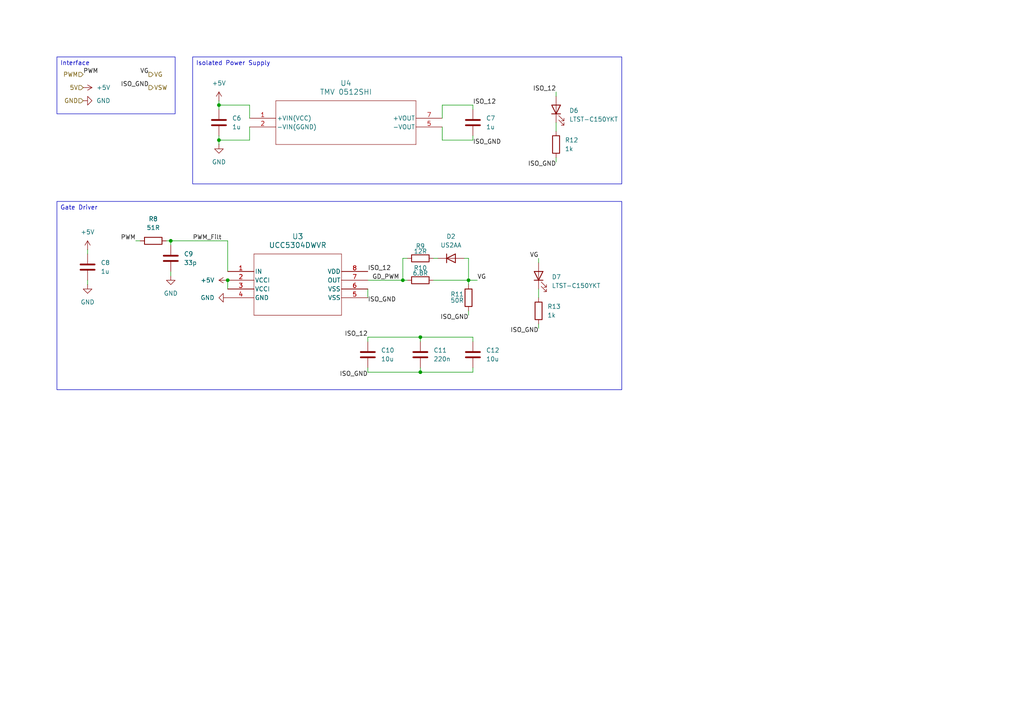
<source format=kicad_sch>
(kicad_sch
	(version 20231120)
	(generator "eeschema")
	(generator_version "8.0")
	(uuid "1ee896d6-0193-4d9a-b24d-60873e685db3")
	(paper "A4")
	(title_block
		(title "Nuclear Buck Converter")
		(date "2025-03-02")
		(rev "v1")
		(company "University of Windsor")
		(comment 1 "Sahana Jayatilaka")
		(comment 2 "Gavin Feher")
		(comment 3 "Collin O'Brien")
	)
	(lib_symbols
		(symbol "Device:C"
			(pin_numbers hide)
			(pin_names
				(offset 0.254)
			)
			(exclude_from_sim no)
			(in_bom yes)
			(on_board yes)
			(property "Reference" "C"
				(at 0.635 2.54 0)
				(effects
					(font
						(size 1.27 1.27)
					)
					(justify left)
				)
			)
			(property "Value" "C"
				(at 0.635 -2.54 0)
				(effects
					(font
						(size 1.27 1.27)
					)
					(justify left)
				)
			)
			(property "Footprint" ""
				(at 0.9652 -3.81 0)
				(effects
					(font
						(size 1.27 1.27)
					)
					(hide yes)
				)
			)
			(property "Datasheet" "~"
				(at 0 0 0)
				(effects
					(font
						(size 1.27 1.27)
					)
					(hide yes)
				)
			)
			(property "Description" "Unpolarized capacitor"
				(at 0 0 0)
				(effects
					(font
						(size 1.27 1.27)
					)
					(hide yes)
				)
			)
			(property "ki_keywords" "cap capacitor"
				(at 0 0 0)
				(effects
					(font
						(size 1.27 1.27)
					)
					(hide yes)
				)
			)
			(property "ki_fp_filters" "C_*"
				(at 0 0 0)
				(effects
					(font
						(size 1.27 1.27)
					)
					(hide yes)
				)
			)
			(symbol "C_0_1"
				(polyline
					(pts
						(xy -2.032 -0.762) (xy 2.032 -0.762)
					)
					(stroke
						(width 0.508)
						(type default)
					)
					(fill
						(type none)
					)
				)
				(polyline
					(pts
						(xy -2.032 0.762) (xy 2.032 0.762)
					)
					(stroke
						(width 0.508)
						(type default)
					)
					(fill
						(type none)
					)
				)
			)
			(symbol "C_1_1"
				(pin passive line
					(at 0 3.81 270)
					(length 2.794)
					(name "~"
						(effects
							(font
								(size 1.27 1.27)
							)
						)
					)
					(number "1"
						(effects
							(font
								(size 1.27 1.27)
							)
						)
					)
				)
				(pin passive line
					(at 0 -3.81 90)
					(length 2.794)
					(name "~"
						(effects
							(font
								(size 1.27 1.27)
							)
						)
					)
					(number "2"
						(effects
							(font
								(size 1.27 1.27)
							)
						)
					)
				)
			)
		)
		(symbol "Device:LED"
			(pin_numbers hide)
			(pin_names
				(offset 1.016) hide)
			(exclude_from_sim no)
			(in_bom yes)
			(on_board yes)
			(property "Reference" "D"
				(at 0 2.54 0)
				(effects
					(font
						(size 1.27 1.27)
					)
				)
			)
			(property "Value" "LED"
				(at 0 -2.54 0)
				(effects
					(font
						(size 1.27 1.27)
					)
				)
			)
			(property "Footprint" ""
				(at 0 0 0)
				(effects
					(font
						(size 1.27 1.27)
					)
					(hide yes)
				)
			)
			(property "Datasheet" "~"
				(at 0 0 0)
				(effects
					(font
						(size 1.27 1.27)
					)
					(hide yes)
				)
			)
			(property "Description" "Light emitting diode"
				(at 0 0 0)
				(effects
					(font
						(size 1.27 1.27)
					)
					(hide yes)
				)
			)
			(property "ki_keywords" "LED diode"
				(at 0 0 0)
				(effects
					(font
						(size 1.27 1.27)
					)
					(hide yes)
				)
			)
			(property "ki_fp_filters" "LED* LED_SMD:* LED_THT:*"
				(at 0 0 0)
				(effects
					(font
						(size 1.27 1.27)
					)
					(hide yes)
				)
			)
			(symbol "LED_0_1"
				(polyline
					(pts
						(xy -1.27 -1.27) (xy -1.27 1.27)
					)
					(stroke
						(width 0.254)
						(type default)
					)
					(fill
						(type none)
					)
				)
				(polyline
					(pts
						(xy -1.27 0) (xy 1.27 0)
					)
					(stroke
						(width 0)
						(type default)
					)
					(fill
						(type none)
					)
				)
				(polyline
					(pts
						(xy 1.27 -1.27) (xy 1.27 1.27) (xy -1.27 0) (xy 1.27 -1.27)
					)
					(stroke
						(width 0.254)
						(type default)
					)
					(fill
						(type none)
					)
				)
				(polyline
					(pts
						(xy -3.048 -0.762) (xy -4.572 -2.286) (xy -3.81 -2.286) (xy -4.572 -2.286) (xy -4.572 -1.524)
					)
					(stroke
						(width 0)
						(type default)
					)
					(fill
						(type none)
					)
				)
				(polyline
					(pts
						(xy -1.778 -0.762) (xy -3.302 -2.286) (xy -2.54 -2.286) (xy -3.302 -2.286) (xy -3.302 -1.524)
					)
					(stroke
						(width 0)
						(type default)
					)
					(fill
						(type none)
					)
				)
			)
			(symbol "LED_1_1"
				(pin passive line
					(at -3.81 0 0)
					(length 2.54)
					(name "K"
						(effects
							(font
								(size 1.27 1.27)
							)
						)
					)
					(number "1"
						(effects
							(font
								(size 1.27 1.27)
							)
						)
					)
				)
				(pin passive line
					(at 3.81 0 180)
					(length 2.54)
					(name "A"
						(effects
							(font
								(size 1.27 1.27)
							)
						)
					)
					(number "2"
						(effects
							(font
								(size 1.27 1.27)
							)
						)
					)
				)
			)
		)
		(symbol "Device:R"
			(pin_numbers hide)
			(pin_names
				(offset 0)
			)
			(exclude_from_sim no)
			(in_bom yes)
			(on_board yes)
			(property "Reference" "R"
				(at 2.032 0 90)
				(effects
					(font
						(size 1.27 1.27)
					)
				)
			)
			(property "Value" "R"
				(at 0 0 90)
				(effects
					(font
						(size 1.27 1.27)
					)
				)
			)
			(property "Footprint" ""
				(at -1.778 0 90)
				(effects
					(font
						(size 1.27 1.27)
					)
					(hide yes)
				)
			)
			(property "Datasheet" "~"
				(at 0 0 0)
				(effects
					(font
						(size 1.27 1.27)
					)
					(hide yes)
				)
			)
			(property "Description" "Resistor"
				(at 0 0 0)
				(effects
					(font
						(size 1.27 1.27)
					)
					(hide yes)
				)
			)
			(property "ki_keywords" "R res resistor"
				(at 0 0 0)
				(effects
					(font
						(size 1.27 1.27)
					)
					(hide yes)
				)
			)
			(property "ki_fp_filters" "R_*"
				(at 0 0 0)
				(effects
					(font
						(size 1.27 1.27)
					)
					(hide yes)
				)
			)
			(symbol "R_0_1"
				(rectangle
					(start -1.016 -2.54)
					(end 1.016 2.54)
					(stroke
						(width 0.254)
						(type default)
					)
					(fill
						(type none)
					)
				)
			)
			(symbol "R_1_1"
				(pin passive line
					(at 0 3.81 270)
					(length 1.27)
					(name "~"
						(effects
							(font
								(size 1.27 1.27)
							)
						)
					)
					(number "1"
						(effects
							(font
								(size 1.27 1.27)
							)
						)
					)
				)
				(pin passive line
					(at 0 -3.81 90)
					(length 1.27)
					(name "~"
						(effects
							(font
								(size 1.27 1.27)
							)
						)
					)
					(number "2"
						(effects
							(font
								(size 1.27 1.27)
							)
						)
					)
				)
			)
		)
		(symbol "Diode:US2AA"
			(pin_numbers hide)
			(pin_names hide)
			(exclude_from_sim no)
			(in_bom yes)
			(on_board yes)
			(property "Reference" "D"
				(at 0 2.54 0)
				(effects
					(font
						(size 1.27 1.27)
					)
				)
			)
			(property "Value" "US2AA"
				(at 0 -2.54 0)
				(effects
					(font
						(size 1.27 1.27)
					)
				)
			)
			(property "Footprint" "Diode_SMD:D_SMA"
				(at 0 -4.445 0)
				(effects
					(font
						(size 1.27 1.27)
					)
					(hide yes)
				)
			)
			(property "Datasheet" "https://www.onsemi.com/pub/Collateral/US2AA-D.PDF"
				(at 0 0 0)
				(effects
					(font
						(size 1.27 1.27)
					)
					(hide yes)
				)
			)
			(property "Description" "50V, 1.5A, General Purpose Rectifier Diode, SMA(DO-214AC)"
				(at 0 0 0)
				(effects
					(font
						(size 1.27 1.27)
					)
					(hide yes)
				)
			)
			(property "Sim.Device" "D"
				(at 0 0 0)
				(effects
					(font
						(size 1.27 1.27)
					)
					(hide yes)
				)
			)
			(property "Sim.Pins" "1=K 2=A"
				(at 0 0 0)
				(effects
					(font
						(size 1.27 1.27)
					)
					(hide yes)
				)
			)
			(property "ki_keywords" "Super Fast"
				(at 0 0 0)
				(effects
					(font
						(size 1.27 1.27)
					)
					(hide yes)
				)
			)
			(property "ki_fp_filters" "D*SMA*"
				(at 0 0 0)
				(effects
					(font
						(size 1.27 1.27)
					)
					(hide yes)
				)
			)
			(symbol "US2AA_0_1"
				(polyline
					(pts
						(xy -1.27 1.27) (xy -1.27 -1.27)
					)
					(stroke
						(width 0.254)
						(type default)
					)
					(fill
						(type none)
					)
				)
				(polyline
					(pts
						(xy 1.27 0) (xy -1.27 0)
					)
					(stroke
						(width 0)
						(type default)
					)
					(fill
						(type none)
					)
				)
				(polyline
					(pts
						(xy 1.27 1.27) (xy 1.27 -1.27) (xy -1.27 0) (xy 1.27 1.27)
					)
					(stroke
						(width 0.254)
						(type default)
					)
					(fill
						(type none)
					)
				)
			)
			(symbol "US2AA_1_1"
				(pin passive line
					(at -3.81 0 0)
					(length 2.54)
					(name "K"
						(effects
							(font
								(size 1.27 1.27)
							)
						)
					)
					(number "1"
						(effects
							(font
								(size 1.27 1.27)
							)
						)
					)
				)
				(pin passive line
					(at 3.81 0 180)
					(length 2.54)
					(name "A"
						(effects
							(font
								(size 1.27 1.27)
							)
						)
					)
					(number "2"
						(effects
							(font
								(size 1.27 1.27)
							)
						)
					)
				)
			)
		)
		(symbol "TMV_0512SHI:TMV_0512SHI"
			(pin_names
				(offset 0.254)
			)
			(exclude_from_sim no)
			(in_bom yes)
			(on_board yes)
			(property "Reference" "U"
				(at 27.94 10.16 0)
				(effects
					(font
						(size 1.524 1.524)
					)
				)
			)
			(property "Value" "TMV 0512SHI"
				(at 27.94 7.62 0)
				(effects
					(font
						(size 1.524 1.524)
					)
				)
			)
			(property "Footprint" "TMV-HI_SINGLE_TRP"
				(at 0 0 0)
				(effects
					(font
						(size 1.27 1.27)
						(italic yes)
					)
					(hide yes)
				)
			)
			(property "Datasheet" "TMV 0512SHI"
				(at 0 0 0)
				(effects
					(font
						(size 1.27 1.27)
						(italic yes)
					)
					(hide yes)
				)
			)
			(property "Description" ""
				(at 0 0 0)
				(effects
					(font
						(size 1.27 1.27)
					)
					(hide yes)
				)
			)
			(property "ki_locked" ""
				(at 0 0 0)
				(effects
					(font
						(size 1.27 1.27)
					)
				)
			)
			(property "ki_keywords" "TMV 0512SHI"
				(at 0 0 0)
				(effects
					(font
						(size 1.27 1.27)
					)
					(hide yes)
				)
			)
			(property "ki_fp_filters" "TMV-HI_SINGLE_TRP"
				(at 0 0 0)
				(effects
					(font
						(size 1.27 1.27)
					)
					(hide yes)
				)
			)
			(symbol "TMV_0512SHI_0_1"
				(polyline
					(pts
						(xy 7.62 -7.62) (xy 48.26 -7.62)
					)
					(stroke
						(width 0.127)
						(type default)
					)
					(fill
						(type none)
					)
				)
				(polyline
					(pts
						(xy 7.62 5.08) (xy 7.62 -7.62)
					)
					(stroke
						(width 0.127)
						(type default)
					)
					(fill
						(type none)
					)
				)
				(polyline
					(pts
						(xy 48.26 -7.62) (xy 48.26 5.08)
					)
					(stroke
						(width 0.127)
						(type default)
					)
					(fill
						(type none)
					)
				)
				(polyline
					(pts
						(xy 48.26 5.08) (xy 7.62 5.08)
					)
					(stroke
						(width 0.127)
						(type default)
					)
					(fill
						(type none)
					)
				)
				(pin power_in line
					(at 0 0 0)
					(length 7.62)
					(name "+VIN(VCC)"
						(effects
							(font
								(size 1.27 1.27)
							)
						)
					)
					(number "1"
						(effects
							(font
								(size 1.27 1.27)
							)
						)
					)
				)
				(pin power_in line
					(at 0 -2.54 0)
					(length 7.62)
					(name "-VIN(GGND)"
						(effects
							(font
								(size 1.27 1.27)
							)
						)
					)
					(number "2"
						(effects
							(font
								(size 1.27 1.27)
							)
						)
					)
				)
				(pin output line
					(at 55.88 -2.54 180)
					(length 7.62)
					(name "-VOUT"
						(effects
							(font
								(size 1.27 1.27)
							)
						)
					)
					(number "5"
						(effects
							(font
								(size 1.27 1.27)
							)
						)
					)
				)
				(pin output line
					(at 55.88 0 180)
					(length 7.62)
					(name "+VOUT"
						(effects
							(font
								(size 1.27 1.27)
							)
						)
					)
					(number "7"
						(effects
							(font
								(size 1.27 1.27)
							)
						)
					)
				)
			)
		)
		(symbol "UCC5304DWVR:UCC5304DWVR"
			(pin_names
				(offset 0.254)
			)
			(exclude_from_sim no)
			(in_bom yes)
			(on_board yes)
			(property "Reference" "U"
				(at 20.32 10.16 0)
				(effects
					(font
						(size 1.524 1.524)
					)
				)
			)
			(property "Value" "UCC5304DWVR"
				(at 20.32 7.62 0)
				(effects
					(font
						(size 1.524 1.524)
					)
				)
			)
			(property "Footprint" "SOIC8_DWV_TEX"
				(at 0 0 0)
				(effects
					(font
						(size 1.27 1.27)
						(italic yes)
					)
					(hide yes)
				)
			)
			(property "Datasheet" "UCC5304DWVR"
				(at 0 0 0)
				(effects
					(font
						(size 1.27 1.27)
						(italic yes)
					)
					(hide yes)
				)
			)
			(property "Description" ""
				(at 0 0 0)
				(effects
					(font
						(size 1.27 1.27)
					)
					(hide yes)
				)
			)
			(property "ki_locked" ""
				(at 0 0 0)
				(effects
					(font
						(size 1.27 1.27)
					)
				)
			)
			(property "ki_keywords" "UCC5304DWVR"
				(at 0 0 0)
				(effects
					(font
						(size 1.27 1.27)
					)
					(hide yes)
				)
			)
			(property "ki_fp_filters" "SOIC8_DWV_TEX SOIC8_DWV_TEX-M SOIC8_DWV_TEX-L"
				(at 0 0 0)
				(effects
					(font
						(size 1.27 1.27)
					)
					(hide yes)
				)
			)
			(symbol "UCC5304DWVR_0_1"
				(polyline
					(pts
						(xy 7.62 -12.7) (xy 33.02 -12.7)
					)
					(stroke
						(width 0.127)
						(type default)
					)
					(fill
						(type none)
					)
				)
				(polyline
					(pts
						(xy 7.62 5.08) (xy 7.62 -12.7)
					)
					(stroke
						(width 0.127)
						(type default)
					)
					(fill
						(type none)
					)
				)
				(polyline
					(pts
						(xy 33.02 -12.7) (xy 33.02 5.08)
					)
					(stroke
						(width 0.127)
						(type default)
					)
					(fill
						(type none)
					)
				)
				(polyline
					(pts
						(xy 33.02 5.08) (xy 7.62 5.08)
					)
					(stroke
						(width 0.127)
						(type default)
					)
					(fill
						(type none)
					)
				)
				(pin input line
					(at 0 0 0)
					(length 7.62)
					(name "IN"
						(effects
							(font
								(size 1.27 1.27)
							)
						)
					)
					(number "1"
						(effects
							(font
								(size 1.27 1.27)
							)
						)
					)
				)
				(pin power_in line
					(at 0 -2.54 0)
					(length 7.62)
					(name "VCCI"
						(effects
							(font
								(size 1.27 1.27)
							)
						)
					)
					(number "2"
						(effects
							(font
								(size 1.27 1.27)
							)
						)
					)
				)
				(pin power_in line
					(at 0 -5.08 0)
					(length 7.62)
					(name "VCCI"
						(effects
							(font
								(size 1.27 1.27)
							)
						)
					)
					(number "3"
						(effects
							(font
								(size 1.27 1.27)
							)
						)
					)
				)
				(pin power_out line
					(at 0 -7.62 0)
					(length 7.62)
					(name "GND"
						(effects
							(font
								(size 1.27 1.27)
							)
						)
					)
					(number "4"
						(effects
							(font
								(size 1.27 1.27)
							)
						)
					)
				)
				(pin power_out line
					(at 40.64 -7.62 180)
					(length 7.62)
					(name "VSS"
						(effects
							(font
								(size 1.27 1.27)
							)
						)
					)
					(number "5"
						(effects
							(font
								(size 1.27 1.27)
							)
						)
					)
				)
				(pin power_out line
					(at 40.64 -5.08 180)
					(length 7.62)
					(name "VSS"
						(effects
							(font
								(size 1.27 1.27)
							)
						)
					)
					(number "6"
						(effects
							(font
								(size 1.27 1.27)
							)
						)
					)
				)
				(pin output line
					(at 40.64 -2.54 180)
					(length 7.62)
					(name "OUT"
						(effects
							(font
								(size 1.27 1.27)
							)
						)
					)
					(number "7"
						(effects
							(font
								(size 1.27 1.27)
							)
						)
					)
				)
				(pin power_in line
					(at 40.64 0 180)
					(length 7.62)
					(name "VDD"
						(effects
							(font
								(size 1.27 1.27)
							)
						)
					)
					(number "8"
						(effects
							(font
								(size 1.27 1.27)
							)
						)
					)
				)
			)
		)
		(symbol "power:+5V"
			(power)
			(pin_numbers hide)
			(pin_names
				(offset 0) hide)
			(exclude_from_sim no)
			(in_bom yes)
			(on_board yes)
			(property "Reference" "#PWR"
				(at 0 -3.81 0)
				(effects
					(font
						(size 1.27 1.27)
					)
					(hide yes)
				)
			)
			(property "Value" "+5V"
				(at 0 3.556 0)
				(effects
					(font
						(size 1.27 1.27)
					)
				)
			)
			(property "Footprint" ""
				(at 0 0 0)
				(effects
					(font
						(size 1.27 1.27)
					)
					(hide yes)
				)
			)
			(property "Datasheet" ""
				(at 0 0 0)
				(effects
					(font
						(size 1.27 1.27)
					)
					(hide yes)
				)
			)
			(property "Description" "Power symbol creates a global label with name \"+5V\""
				(at 0 0 0)
				(effects
					(font
						(size 1.27 1.27)
					)
					(hide yes)
				)
			)
			(property "ki_keywords" "global power"
				(at 0 0 0)
				(effects
					(font
						(size 1.27 1.27)
					)
					(hide yes)
				)
			)
			(symbol "+5V_0_1"
				(polyline
					(pts
						(xy -0.762 1.27) (xy 0 2.54)
					)
					(stroke
						(width 0)
						(type default)
					)
					(fill
						(type none)
					)
				)
				(polyline
					(pts
						(xy 0 0) (xy 0 2.54)
					)
					(stroke
						(width 0)
						(type default)
					)
					(fill
						(type none)
					)
				)
				(polyline
					(pts
						(xy 0 2.54) (xy 0.762 1.27)
					)
					(stroke
						(width 0)
						(type default)
					)
					(fill
						(type none)
					)
				)
			)
			(symbol "+5V_1_1"
				(pin power_in line
					(at 0 0 90)
					(length 0)
					(name "~"
						(effects
							(font
								(size 1.27 1.27)
							)
						)
					)
					(number "1"
						(effects
							(font
								(size 1.27 1.27)
							)
						)
					)
				)
			)
		)
		(symbol "power:GND"
			(power)
			(pin_numbers hide)
			(pin_names
				(offset 0) hide)
			(exclude_from_sim no)
			(in_bom yes)
			(on_board yes)
			(property "Reference" "#PWR"
				(at 0 -6.35 0)
				(effects
					(font
						(size 1.27 1.27)
					)
					(hide yes)
				)
			)
			(property "Value" "GND"
				(at 0 -3.81 0)
				(effects
					(font
						(size 1.27 1.27)
					)
				)
			)
			(property "Footprint" ""
				(at 0 0 0)
				(effects
					(font
						(size 1.27 1.27)
					)
					(hide yes)
				)
			)
			(property "Datasheet" ""
				(at 0 0 0)
				(effects
					(font
						(size 1.27 1.27)
					)
					(hide yes)
				)
			)
			(property "Description" "Power symbol creates a global label with name \"GND\" , ground"
				(at 0 0 0)
				(effects
					(font
						(size 1.27 1.27)
					)
					(hide yes)
				)
			)
			(property "ki_keywords" "global power"
				(at 0 0 0)
				(effects
					(font
						(size 1.27 1.27)
					)
					(hide yes)
				)
			)
			(symbol "GND_0_1"
				(polyline
					(pts
						(xy 0 0) (xy 0 -1.27) (xy 1.27 -1.27) (xy 0 -2.54) (xy -1.27 -1.27) (xy 0 -1.27)
					)
					(stroke
						(width 0)
						(type default)
					)
					(fill
						(type none)
					)
				)
			)
			(symbol "GND_1_1"
				(pin power_in line
					(at 0 0 270)
					(length 0)
					(name "~"
						(effects
							(font
								(size 1.27 1.27)
							)
						)
					)
					(number "1"
						(effects
							(font
								(size 1.27 1.27)
							)
						)
					)
				)
			)
		)
	)
	(junction
		(at 121.92 97.79)
		(diameter 0)
		(color 0 0 0 0)
		(uuid "16917326-b71e-41e0-9780-2cccde60aeb0")
	)
	(junction
		(at 63.5 40.64)
		(diameter 0)
		(color 0 0 0 0)
		(uuid "1d7d6870-9562-4989-baf4-c700ab96f417")
	)
	(junction
		(at 135.89 81.28)
		(diameter 0)
		(color 0 0 0 0)
		(uuid "4845f526-cffb-4e21-8752-a367a1cd49f9")
	)
	(junction
		(at 63.5 30.48)
		(diameter 0)
		(color 0 0 0 0)
		(uuid "4b8d548e-85f5-4ebd-b318-fa255c36493c")
	)
	(junction
		(at 121.92 107.95)
		(diameter 0)
		(color 0 0 0 0)
		(uuid "56eaa14b-1428-4de1-b1ff-472dcec146a9")
	)
	(junction
		(at 66.04 81.28)
		(diameter 0)
		(color 0 0 0 0)
		(uuid "c4b3f6f3-bb12-47e8-a47f-6c624b679b5e")
	)
	(junction
		(at 116.84 81.28)
		(diameter 0)
		(color 0 0 0 0)
		(uuid "cac223cd-39a1-45ba-8626-2aa0644532ba")
	)
	(junction
		(at 49.53 69.85)
		(diameter 0)
		(color 0 0 0 0)
		(uuid "da1c27ce-13f2-4d66-a3c2-065395e6cb71")
	)
	(wire
		(pts
			(xy 106.68 107.95) (xy 106.68 106.68)
		)
		(stroke
			(width 0)
			(type default)
		)
		(uuid "0b98d708-d913-4848-aae6-35587d4a1ad5")
	)
	(wire
		(pts
			(xy 48.26 69.85) (xy 49.53 69.85)
		)
		(stroke
			(width 0)
			(type default)
		)
		(uuid "11c19397-fa72-4ed0-acc8-e8dbc20929c3")
	)
	(wire
		(pts
			(xy 63.5 40.64) (xy 63.5 39.37)
		)
		(stroke
			(width 0)
			(type default)
		)
		(uuid "137e8a60-5963-4fd4-9425-e03596780b1e")
	)
	(wire
		(pts
			(xy 25.4 81.28) (xy 25.4 82.55)
		)
		(stroke
			(width 0)
			(type default)
		)
		(uuid "13aa7265-93f9-4e0f-a45e-bfce8857a71f")
	)
	(wire
		(pts
			(xy 39.37 69.85) (xy 40.64 69.85)
		)
		(stroke
			(width 0)
			(type default)
		)
		(uuid "160e5d62-1362-4f44-9bb5-d6fbd68b21a5")
	)
	(wire
		(pts
			(xy 106.68 97.79) (xy 106.68 99.06)
		)
		(stroke
			(width 0)
			(type default)
		)
		(uuid "1c8749fa-e78d-47a0-b2fb-46346e514225")
	)
	(wire
		(pts
			(xy 121.92 97.79) (xy 137.16 97.79)
		)
		(stroke
			(width 0)
			(type default)
		)
		(uuid "1c9a23a7-2050-41ce-b221-7904cdee8910")
	)
	(wire
		(pts
			(xy 121.92 97.79) (xy 121.92 99.06)
		)
		(stroke
			(width 0)
			(type default)
		)
		(uuid "1efa05a4-0ff2-48ca-8885-fd1edf5d8e56")
	)
	(wire
		(pts
			(xy 72.39 36.83) (xy 72.39 40.64)
		)
		(stroke
			(width 0)
			(type default)
		)
		(uuid "220e1eeb-aa0d-4862-b48e-bd310b615eb0")
	)
	(wire
		(pts
			(xy 128.27 36.83) (xy 128.27 40.64)
		)
		(stroke
			(width 0)
			(type default)
		)
		(uuid "357fbefd-14ea-40a8-acf5-8db6202b32db")
	)
	(wire
		(pts
			(xy 106.68 107.95) (xy 121.92 107.95)
		)
		(stroke
			(width 0)
			(type default)
		)
		(uuid "39c9233b-88dd-4429-8259-7c9cce769183")
	)
	(wire
		(pts
			(xy 137.16 30.48) (xy 137.16 31.75)
		)
		(stroke
			(width 0)
			(type default)
		)
		(uuid "4b4fa77e-0100-462d-8686-df34a1549b6d")
	)
	(wire
		(pts
			(xy 25.4 72.39) (xy 25.4 73.66)
		)
		(stroke
			(width 0)
			(type default)
		)
		(uuid "51146f8b-265c-4be3-bc3a-b340a2c10a7f")
	)
	(wire
		(pts
			(xy 156.21 95.25) (xy 156.21 93.98)
		)
		(stroke
			(width 0)
			(type default)
		)
		(uuid "515dbb8a-bfe4-471d-b004-77483e8d9fac")
	)
	(wire
		(pts
			(xy 49.53 71.12) (xy 49.53 69.85)
		)
		(stroke
			(width 0)
			(type default)
		)
		(uuid "60423389-6c2b-4848-a9b7-ab302aad61c3")
	)
	(wire
		(pts
			(xy 135.89 81.28) (xy 135.89 82.55)
		)
		(stroke
			(width 0)
			(type default)
		)
		(uuid "69fac653-952c-4e66-856e-c8491daf3b4f")
	)
	(wire
		(pts
			(xy 137.16 30.48) (xy 128.27 30.48)
		)
		(stroke
			(width 0)
			(type default)
		)
		(uuid "6a2bc6d0-636c-4554-bc61-940956feaf3f")
	)
	(wire
		(pts
			(xy 116.84 81.28) (xy 118.11 81.28)
		)
		(stroke
			(width 0)
			(type default)
		)
		(uuid "719d141b-6141-417e-8347-237809c19cfa")
	)
	(wire
		(pts
			(xy 121.92 107.95) (xy 137.16 107.95)
		)
		(stroke
			(width 0)
			(type default)
		)
		(uuid "719ebf13-5e07-43d9-9c82-de80911ae24b")
	)
	(wire
		(pts
			(xy 156.21 83.82) (xy 156.21 86.36)
		)
		(stroke
			(width 0)
			(type default)
		)
		(uuid "75067ef7-fcd2-4c41-bf9b-b7321319a387")
	)
	(wire
		(pts
			(xy 72.39 30.48) (xy 72.39 34.29)
		)
		(stroke
			(width 0)
			(type default)
		)
		(uuid "7603476f-7826-410d-89ca-c00b0cf3af8e")
	)
	(wire
		(pts
			(xy 128.27 40.64) (xy 137.16 40.64)
		)
		(stroke
			(width 0)
			(type default)
		)
		(uuid "7afc7579-fd2e-49b7-b2c1-e5ed1201b2d6")
	)
	(wire
		(pts
			(xy 106.68 97.79) (xy 121.92 97.79)
		)
		(stroke
			(width 0)
			(type default)
		)
		(uuid "813521f9-2c51-4fb5-8099-13a59af08c7e")
	)
	(wire
		(pts
			(xy 137.16 107.95) (xy 137.16 106.68)
		)
		(stroke
			(width 0)
			(type default)
		)
		(uuid "82b377c0-dd2f-4589-8bcc-5703a368d542")
	)
	(wire
		(pts
			(xy 116.84 81.28) (xy 116.84 74.93)
		)
		(stroke
			(width 0)
			(type default)
		)
		(uuid "8fd48543-aea7-470a-99be-7a0a9c29d779")
	)
	(wire
		(pts
			(xy 66.04 81.28) (xy 66.04 83.82)
		)
		(stroke
			(width 0)
			(type default)
		)
		(uuid "94f4390f-f58c-4a45-826d-f4f99c6aaec6")
	)
	(wire
		(pts
			(xy 156.21 74.93) (xy 156.21 76.2)
		)
		(stroke
			(width 0)
			(type default)
		)
		(uuid "9d15beec-c3e2-4f13-aef0-63c94b596c32")
	)
	(wire
		(pts
			(xy 137.16 97.79) (xy 137.16 99.06)
		)
		(stroke
			(width 0)
			(type default)
		)
		(uuid "9f317cb5-46ee-45be-a14f-5b5319bb4d48")
	)
	(wire
		(pts
			(xy 66.04 69.85) (xy 66.04 78.74)
		)
		(stroke
			(width 0)
			(type default)
		)
		(uuid "a0e583aa-201f-47d8-98d1-af24cfd2c6ee")
	)
	(wire
		(pts
			(xy 106.68 83.82) (xy 106.68 86.36)
		)
		(stroke
			(width 0)
			(type default)
		)
		(uuid "a2fd85b1-f3a1-4ba5-904c-72b7f1358d2e")
	)
	(wire
		(pts
			(xy 63.5 31.75) (xy 63.5 30.48)
		)
		(stroke
			(width 0)
			(type default)
		)
		(uuid "b53a0a00-cdda-43ad-838f-7687b69eda70")
	)
	(wire
		(pts
			(xy 63.5 40.64) (xy 63.5 41.91)
		)
		(stroke
			(width 0)
			(type default)
		)
		(uuid "ba0884b1-bb72-46a6-b682-af67cffe1b43")
	)
	(wire
		(pts
			(xy 49.53 69.85) (xy 66.04 69.85)
		)
		(stroke
			(width 0)
			(type default)
		)
		(uuid "c0557e8a-30a0-434f-b346-290372104351")
	)
	(wire
		(pts
			(xy 134.62 74.93) (xy 135.89 74.93)
		)
		(stroke
			(width 0)
			(type default)
		)
		(uuid "c22afb54-d456-4435-8227-ae52cd913ab2")
	)
	(wire
		(pts
			(xy 137.16 40.64) (xy 137.16 39.37)
		)
		(stroke
			(width 0)
			(type default)
		)
		(uuid "c302c96b-cf38-4719-a23e-b13d55477495")
	)
	(wire
		(pts
			(xy 161.29 26.67) (xy 161.29 27.94)
		)
		(stroke
			(width 0)
			(type default)
		)
		(uuid "c960d00c-f9bc-454e-a028-faa302df77f0")
	)
	(wire
		(pts
			(xy 125.73 74.93) (xy 127 74.93)
		)
		(stroke
			(width 0)
			(type default)
		)
		(uuid "cf8f1c6a-24a3-4d1a-a77b-13aa6eade3b3")
	)
	(wire
		(pts
			(xy 121.92 107.95) (xy 121.92 106.68)
		)
		(stroke
			(width 0)
			(type default)
		)
		(uuid "d919a5a2-dbed-4cb6-8293-1e1a5b8b45db")
	)
	(wire
		(pts
			(xy 128.27 30.48) (xy 128.27 34.29)
		)
		(stroke
			(width 0)
			(type default)
		)
		(uuid "d970c5a2-3b0e-411b-98bd-23b8f865df06")
	)
	(wire
		(pts
			(xy 161.29 35.56) (xy 161.29 38.1)
		)
		(stroke
			(width 0)
			(type default)
		)
		(uuid "df70f09c-7de7-46c6-b4c4-a1bcdaca55c4")
	)
	(wire
		(pts
			(xy 116.84 74.93) (xy 118.11 74.93)
		)
		(stroke
			(width 0)
			(type default)
		)
		(uuid "e8e80312-4755-4f3f-a73d-cd7b90585a6e")
	)
	(wire
		(pts
			(xy 135.89 74.93) (xy 135.89 81.28)
		)
		(stroke
			(width 0)
			(type default)
		)
		(uuid "ea960016-8dcc-47c7-abad-10460388c689")
	)
	(wire
		(pts
			(xy 49.53 80.01) (xy 49.53 78.74)
		)
		(stroke
			(width 0)
			(type default)
		)
		(uuid "ece40eb5-c0b4-4ffb-a178-2367551ee964")
	)
	(wire
		(pts
			(xy 135.89 90.17) (xy 135.89 91.44)
		)
		(stroke
			(width 0)
			(type default)
		)
		(uuid "ed75da09-8bfc-4def-852d-9288374ef33c")
	)
	(wire
		(pts
			(xy 161.29 46.99) (xy 161.29 45.72)
		)
		(stroke
			(width 0)
			(type default)
		)
		(uuid "efff583b-3d8a-49d5-aefc-10c9f89d558a")
	)
	(wire
		(pts
			(xy 106.68 81.28) (xy 116.84 81.28)
		)
		(stroke
			(width 0)
			(type default)
		)
		(uuid "f1e44827-77d7-4bd7-9e09-a05e4cbc58fd")
	)
	(wire
		(pts
			(xy 138.43 81.28) (xy 135.89 81.28)
		)
		(stroke
			(width 0)
			(type default)
		)
		(uuid "f3f10b99-4203-4b65-9ce4-59ae744c627c")
	)
	(wire
		(pts
			(xy 63.5 30.48) (xy 72.39 30.48)
		)
		(stroke
			(width 0)
			(type default)
		)
		(uuid "f7212fc9-aedb-4f71-83c0-cc1f0dc6ded1")
	)
	(wire
		(pts
			(xy 135.89 81.28) (xy 125.73 81.28)
		)
		(stroke
			(width 0)
			(type default)
		)
		(uuid "f9fa1690-2ef1-48ae-b874-92dc6057390e")
	)
	(wire
		(pts
			(xy 63.5 40.64) (xy 72.39 40.64)
		)
		(stroke
			(width 0)
			(type default)
		)
		(uuid "feb8e413-66a1-4fc9-89f8-75054e378b29")
	)
	(wire
		(pts
			(xy 63.5 30.48) (xy 63.5 29.21)
		)
		(stroke
			(width 0)
			(type default)
		)
		(uuid "ff5f9cde-2b65-4618-bb1d-6d98ec3bc5bb")
	)
	(text_box "Gate Driver"
		(exclude_from_sim no)
		(at 16.51 58.42 0)
		(size 163.83 54.61)
		(stroke
			(width 0)
			(type default)
		)
		(fill
			(type none)
		)
		(effects
			(font
				(size 1.27 1.27)
			)
			(justify left top)
		)
		(uuid "288268ac-b9df-40f1-b78f-1255705c635e")
	)
	(text_box "Isolated Power Supply"
		(exclude_from_sim no)
		(at 55.88 16.51 0)
		(size 124.46 36.83)
		(stroke
			(width 0)
			(type default)
		)
		(fill
			(type none)
		)
		(effects
			(font
				(size 1.27 1.27)
			)
			(justify left top)
		)
		(uuid "43adb18a-23bd-4737-bd2c-f3cd7570613b")
	)
	(text_box "Interface"
		(exclude_from_sim no)
		(at 16.51 16.51 0)
		(size 34.29 16.51)
		(stroke
			(width 0)
			(type default)
		)
		(fill
			(type none)
		)
		(effects
			(font
				(size 1.27 1.27)
			)
			(justify left top)
		)
		(uuid "a770d06e-e250-470c-911c-ec57c97d2e53")
	)
	(label "ISO_12"
		(at 137.16 30.48 0)
		(fields_autoplaced yes)
		(effects
			(font
				(size 1.27 1.27)
			)
			(justify left bottom)
		)
		(uuid "09f638f7-8c86-49d0-b57e-f5b51e8c388e")
	)
	(label "ISO_GND"
		(at 137.16 40.64 0)
		(fields_autoplaced yes)
		(effects
			(font
				(size 1.27 1.27)
			)
			(justify left top)
		)
		(uuid "0b17409d-8508-4fa6-a4e8-5647212fbe81")
	)
	(label "VG"
		(at 156.21 74.93 180)
		(fields_autoplaced yes)
		(effects
			(font
				(size 1.27 1.27)
			)
			(justify right bottom)
		)
		(uuid "1701f1c6-dd0c-4f68-9f94-c15948075320")
	)
	(label "ISO_12"
		(at 106.68 97.79 180)
		(fields_autoplaced yes)
		(effects
			(font
				(size 1.27 1.27)
			)
			(justify right bottom)
		)
		(uuid "183b900f-f6e6-4ef0-826a-d773143c700a")
	)
	(label "ISO_GND"
		(at 43.18 25.4 180)
		(fields_autoplaced yes)
		(effects
			(font
				(size 1.27 1.27)
			)
			(justify right bottom)
		)
		(uuid "3875318c-acf6-41be-b851-dd3e14e72c7b")
	)
	(label "PWM"
		(at 39.37 69.85 180)
		(fields_autoplaced yes)
		(effects
			(font
				(size 1.27 1.27)
			)
			(justify right bottom)
		)
		(uuid "4fdb2757-01e4-4454-8283-014bbc3bae0c")
	)
	(label "PWM_Filt"
		(at 55.88 69.85 0)
		(fields_autoplaced yes)
		(effects
			(font
				(size 1.27 1.27)
			)
			(justify left bottom)
		)
		(uuid "5b721bc4-49ff-496e-9bbb-ae3eee757646")
	)
	(label "ISO_GND"
		(at 106.68 86.36 0)
		(fields_autoplaced yes)
		(effects
			(font
				(size 1.27 1.27)
			)
			(justify left top)
		)
		(uuid "5c7c9a8b-899d-4f62-928c-16065d92f805")
	)
	(label "VG"
		(at 138.43 81.28 0)
		(fields_autoplaced yes)
		(effects
			(font
				(size 1.27 1.27)
			)
			(justify left bottom)
		)
		(uuid "70fcd210-19f0-4196-b156-625ebc50373b")
	)
	(label "ISO_12"
		(at 161.29 26.67 180)
		(fields_autoplaced yes)
		(effects
			(font
				(size 1.27 1.27)
			)
			(justify right bottom)
		)
		(uuid "745dc3b1-af9d-4347-ba2e-4d836992338b")
	)
	(label "ISO_GND"
		(at 156.21 95.25 180)
		(fields_autoplaced yes)
		(effects
			(font
				(size 1.27 1.27)
			)
			(justify right top)
		)
		(uuid "8caae313-35cc-4ace-9c5c-1cb69a88eee7")
	)
	(label "ISO_GND"
		(at 135.89 91.44 180)
		(fields_autoplaced yes)
		(effects
			(font
				(size 1.27 1.27)
			)
			(justify right top)
		)
		(uuid "8dd04f7b-e88c-476b-b615-498402c774ab")
	)
	(label "GD_PWM"
		(at 107.95 81.28 0)
		(fields_autoplaced yes)
		(effects
			(font
				(size 1.27 1.27)
			)
			(justify left bottom)
		)
		(uuid "9965a522-824d-4f04-b8aa-39fa5f3aada6")
	)
	(label "ISO_GND"
		(at 106.68 107.95 180)
		(fields_autoplaced yes)
		(effects
			(font
				(size 1.27 1.27)
			)
			(justify right top)
		)
		(uuid "b4843418-f842-4947-afa0-526a287a8f8d")
	)
	(label "VG"
		(at 43.18 21.59 180)
		(fields_autoplaced yes)
		(effects
			(font
				(size 1.27 1.27)
			)
			(justify right bottom)
		)
		(uuid "c2fbb57c-0195-426a-b190-64ed0f549996")
	)
	(label "ISO_12"
		(at 106.68 78.74 0)
		(fields_autoplaced yes)
		(effects
			(font
				(size 1.27 1.27)
			)
			(justify left bottom)
		)
		(uuid "c3bfb000-a0ef-4fa3-a5b9-6557e24e2bf1")
	)
	(label "PWM"
		(at 24.13 21.59 0)
		(fields_autoplaced yes)
		(effects
			(font
				(size 1.27 1.27)
			)
			(justify left bottom)
		)
		(uuid "d3ce49e0-198c-4111-840f-d0ce6f9d6a68")
	)
	(label "ISO_GND"
		(at 161.29 46.99 180)
		(fields_autoplaced yes)
		(effects
			(font
				(size 1.27 1.27)
			)
			(justify right top)
		)
		(uuid "d6561be2-cc01-46ba-a5cc-df14599e3e7c")
	)
	(hierarchical_label "5V"
		(shape input)
		(at 24.13 25.4 180)
		(fields_autoplaced yes)
		(effects
			(font
				(size 1.27 1.27)
			)
			(justify right)
		)
		(uuid "128232e9-35e5-4929-b13b-ba011be90172")
	)
	(hierarchical_label "VSW"
		(shape output)
		(at 43.18 25.4 0)
		(fields_autoplaced yes)
		(effects
			(font
				(size 1.27 1.27)
			)
			(justify left)
		)
		(uuid "4f96a72b-cbf2-468a-b93c-ee0b3da1f41d")
	)
	(hierarchical_label "PWM"
		(shape input)
		(at 24.13 21.59 180)
		(fields_autoplaced yes)
		(effects
			(font
				(size 1.27 1.27)
			)
			(justify right)
		)
		(uuid "976a919d-416c-46a1-9a52-737cd1ef5daf")
	)
	(hierarchical_label "GND"
		(shape input)
		(at 24.13 29.21 180)
		(fields_autoplaced yes)
		(effects
			(font
				(size 1.27 1.27)
			)
			(justify right)
		)
		(uuid "cd7e3ad0-dad8-40d8-b130-fbe0e0655459")
	)
	(hierarchical_label "VG"
		(shape output)
		(at 43.18 21.59 0)
		(fields_autoplaced yes)
		(effects
			(font
				(size 1.27 1.27)
			)
			(justify left)
		)
		(uuid "fb5bb02b-742f-45c7-86b8-f0bda4e3ffdc")
	)
	(symbol
		(lib_id "power:GND")
		(at 66.04 86.36 270)
		(unit 1)
		(exclude_from_sim no)
		(in_bom yes)
		(on_board yes)
		(dnp no)
		(fields_autoplaced yes)
		(uuid "01c3019d-bb14-4cb5-9691-dbf7fa66cfdf")
		(property "Reference" "#PWR053"
			(at 59.69 86.36 0)
			(effects
				(font
					(size 1.27 1.27)
				)
				(hide yes)
			)
		)
		(property "Value" "GND"
			(at 62.23 86.3599 90)
			(effects
				(font
					(size 1.27 1.27)
				)
				(justify right)
			)
		)
		(property "Footprint" ""
			(at 66.04 86.36 0)
			(effects
				(font
					(size 1.27 1.27)
				)
				(hide yes)
			)
		)
		(property "Datasheet" ""
			(at 66.04 86.36 0)
			(effects
				(font
					(size 1.27 1.27)
				)
				(hide yes)
			)
		)
		(property "Description" "Power symbol creates a global label with name \"GND\" , ground"
			(at 66.04 86.36 0)
			(effects
				(font
					(size 1.27 1.27)
				)
				(hide yes)
			)
		)
		(pin "1"
			(uuid "503bda76-4a32-470f-9611-210951834796")
		)
		(instances
			(project "Buck_PCB"
				(path "/88f06d5c-7944-4639-9728-52fd37ec4de1/41c6e0d7-a32f-4c87-878a-ff3fba03f775"
					(reference "#PWR053")
					(unit 1)
				)
			)
		)
	)
	(symbol
		(lib_id "power:GND")
		(at 49.53 80.01 0)
		(unit 1)
		(exclude_from_sim no)
		(in_bom yes)
		(on_board yes)
		(dnp no)
		(fields_autoplaced yes)
		(uuid "15ffcbcf-29d7-4bad-8fb1-96c1fc0d716a")
		(property "Reference" "#PWR054"
			(at 49.53 86.36 0)
			(effects
				(font
					(size 1.27 1.27)
				)
				(hide yes)
			)
		)
		(property "Value" "GND"
			(at 49.53 85.09 0)
			(effects
				(font
					(size 1.27 1.27)
				)
			)
		)
		(property "Footprint" ""
			(at 49.53 80.01 0)
			(effects
				(font
					(size 1.27 1.27)
				)
				(hide yes)
			)
		)
		(property "Datasheet" ""
			(at 49.53 80.01 0)
			(effects
				(font
					(size 1.27 1.27)
				)
				(hide yes)
			)
		)
		(property "Description" "Power symbol creates a global label with name \"GND\" , ground"
			(at 49.53 80.01 0)
			(effects
				(font
					(size 1.27 1.27)
				)
				(hide yes)
			)
		)
		(pin "1"
			(uuid "d1fecd67-01bd-4b33-a7af-5c14ed28fc83")
		)
		(instances
			(project "Buck_PCB"
				(path "/88f06d5c-7944-4639-9728-52fd37ec4de1/41c6e0d7-a32f-4c87-878a-ff3fba03f775"
					(reference "#PWR054")
					(unit 1)
				)
			)
		)
	)
	(symbol
		(lib_id "Device:LED")
		(at 161.29 31.75 90)
		(unit 1)
		(exclude_from_sim no)
		(in_bom yes)
		(on_board yes)
		(dnp no)
		(fields_autoplaced yes)
		(uuid "1c34fb1e-e387-4c90-8adc-906c39d60332")
		(property "Reference" "D6"
			(at 165.1 32.0674 90)
			(effects
				(font
					(size 1.27 1.27)
				)
				(justify right)
			)
		)
		(property "Value" "LTST-C150YKT"
			(at 165.1 34.6074 90)
			(effects
				(font
					(size 1.27 1.27)
				)
				(justify right)
			)
		)
		(property "Footprint" "LED_SMD:LED_1206_3216Metric_Pad1.42x1.75mm_HandSolder"
			(at 161.29 31.75 0)
			(effects
				(font
					(size 1.27 1.27)
				)
				(hide yes)
			)
		)
		(property "Datasheet" "https://mm.digikey.com/Volume0/opasdata/d220001/medias/docus/1000/LTST-C150YKT.pdf"
			(at 161.29 31.75 0)
			(effects
				(font
					(size 1.27 1.27)
				)
				(hide yes)
			)
		)
		(property "Description" "Yellow LED"
			(at 161.29 31.75 0)
			(effects
				(font
					(size 1.27 1.27)
				)
				(hide yes)
			)
		)
		(property "Part Number" "LTST-C150YKT"
			(at 161.29 31.75 0)
			(effects
				(font
					(size 1.27 1.27)
				)
				(hide yes)
			)
		)
		(pin "1"
			(uuid "7b11b130-7249-4900-a96e-3d9a044f62e7")
		)
		(pin "2"
			(uuid "2a37d8f5-bd16-4d63-95b5-1d5fd3122420")
		)
		(instances
			(project "Buck_PCB"
				(path "/88f06d5c-7944-4639-9728-52fd37ec4de1/41c6e0d7-a32f-4c87-878a-ff3fba03f775"
					(reference "D6")
					(unit 1)
				)
			)
		)
	)
	(symbol
		(lib_id "Device:R")
		(at 161.29 41.91 180)
		(unit 1)
		(exclude_from_sim no)
		(in_bom yes)
		(on_board yes)
		(dnp no)
		(fields_autoplaced yes)
		(uuid "20b4d1b7-6924-4932-84b1-f553d195b318")
		(property "Reference" "R12"
			(at 163.83 40.6399 0)
			(effects
				(font
					(size 1.27 1.27)
				)
				(justify right)
			)
		)
		(property "Value" "1k"
			(at 163.83 43.1799 0)
			(effects
				(font
					(size 1.27 1.27)
				)
				(justify right)
			)
		)
		(property "Footprint" "Resistor_SMD:R_0805_2012Metric_Pad1.20x1.40mm_HandSolder"
			(at 163.068 41.91 90)
			(effects
				(font
					(size 1.27 1.27)
				)
				(hide yes)
			)
		)
		(property "Datasheet" "https://www.seielect.com/catalog/sei-rmcf_rmcp.pdf"
			(at 161.29 41.91 0)
			(effects
				(font
					(size 1.27 1.27)
				)
				(hide yes)
			)
		)
		(property "Description" "Resistor"
			(at 161.29 41.91 0)
			(effects
				(font
					(size 1.27 1.27)
				)
				(hide yes)
			)
		)
		(property "Part Number" "RMCF0805FT1K00"
			(at 161.29 41.91 0)
			(effects
				(font
					(size 1.27 1.27)
				)
				(hide yes)
			)
		)
		(pin "1"
			(uuid "efce95d1-718e-4c94-a80c-4bbf8cf51b1e")
		)
		(pin "2"
			(uuid "ad8de4a9-a1c2-4e26-a069-9134a05ce63d")
		)
		(instances
			(project "Buck_PCB"
				(path "/88f06d5c-7944-4639-9728-52fd37ec4de1/41c6e0d7-a32f-4c87-878a-ff3fba03f775"
					(reference "R12")
					(unit 1)
				)
			)
		)
	)
	(symbol
		(lib_id "Device:R")
		(at 135.89 86.36 180)
		(unit 1)
		(exclude_from_sim no)
		(in_bom yes)
		(on_board yes)
		(dnp no)
		(uuid "22016d46-6c8f-407f-91f5-d2e2e12e3e44")
		(property "Reference" "R11"
			(at 132.588 85.344 0)
			(effects
				(font
					(size 1.27 1.27)
				)
			)
		)
		(property "Value" "50R"
			(at 132.588 87.122 0)
			(effects
				(font
					(size 1.27 1.27)
				)
			)
		)
		(property "Footprint" "Resistor_SMD:R_1206_3216Metric_Pad1.30x1.75mm_HandSolder"
			(at 137.668 86.36 90)
			(effects
				(font
					(size 1.27 1.27)
				)
				(hide yes)
			)
		)
		(property "Datasheet" "https://www.vishay.com/docs/31098/rcp.pdf"
			(at 135.89 86.36 0)
			(effects
				(font
					(size 1.27 1.27)
				)
				(hide yes)
			)
		)
		(property "Description" "Resistor"
			(at 135.89 86.36 0)
			(effects
				(font
					(size 1.27 1.27)
				)
				(hide yes)
			)
		)
		(property "Part Number" "RCP1206W50R0GEB"
			(at 135.89 86.36 0)
			(effects
				(font
					(size 1.27 1.27)
				)
				(hide yes)
			)
		)
		(pin "1"
			(uuid "24b34dc4-20a6-4da8-8f51-33c042c3849e")
		)
		(pin "2"
			(uuid "d392da39-3169-40b1-aac6-5b36c31c2757")
		)
		(instances
			(project "Buck_PCB"
				(path "/88f06d5c-7944-4639-9728-52fd37ec4de1/41c6e0d7-a32f-4c87-878a-ff3fba03f775"
					(reference "R11")
					(unit 1)
				)
			)
		)
	)
	(symbol
		(lib_id "Device:C")
		(at 121.92 102.87 180)
		(unit 1)
		(exclude_from_sim no)
		(in_bom yes)
		(on_board yes)
		(dnp no)
		(fields_autoplaced yes)
		(uuid "32b64b91-fabb-4bee-8046-69ac56114294")
		(property "Reference" "C11"
			(at 125.73 101.5999 0)
			(effects
				(font
					(size 1.27 1.27)
				)
				(justify right)
			)
		)
		(property "Value" "220n"
			(at 125.73 104.1399 0)
			(effects
				(font
					(size 1.27 1.27)
				)
				(justify right)
			)
		)
		(property "Footprint" "Capacitor_SMD:C_0805_2012Metric_Pad1.18x1.45mm_HandSolder"
			(at 120.9548 99.06 0)
			(effects
				(font
					(size 1.27 1.27)
				)
				(hide yes)
			)
		)
		(property "Datasheet" "https://content.kemet.com/datasheets/KEM_C1002_X7R_SMD.pdf"
			(at 121.92 102.87 0)
			(effects
				(font
					(size 1.27 1.27)
				)
				(hide yes)
			)
		)
		(property "Description" "Ceramic Bypass Capacitor"
			(at 121.92 102.87 0)
			(effects
				(font
					(size 1.27 1.27)
				)
				(hide yes)
			)
		)
		(property "Part Number" "C0805C224K5RACTU"
			(at 121.92 102.87 0)
			(effects
				(font
					(size 1.27 1.27)
				)
				(hide yes)
			)
		)
		(pin "2"
			(uuid "fa8e4622-db23-495b-8699-24c529bbc7dc")
		)
		(pin "1"
			(uuid "a85f46e2-6e44-40d0-8ce9-8218498c1b12")
		)
		(instances
			(project "Buck_PCB"
				(path "/88f06d5c-7944-4639-9728-52fd37ec4de1/41c6e0d7-a32f-4c87-878a-ff3fba03f775"
					(reference "C11")
					(unit 1)
				)
			)
		)
	)
	(symbol
		(lib_id "Device:C")
		(at 137.16 102.87 180)
		(unit 1)
		(exclude_from_sim no)
		(in_bom yes)
		(on_board yes)
		(dnp no)
		(fields_autoplaced yes)
		(uuid "36d5a8c2-aeb2-44e4-94b3-e091e4817ebe")
		(property "Reference" "C12"
			(at 140.97 101.5999 0)
			(effects
				(font
					(size 1.27 1.27)
				)
				(justify right)
			)
		)
		(property "Value" "10u"
			(at 140.97 104.1399 0)
			(effects
				(font
					(size 1.27 1.27)
				)
				(justify right)
			)
		)
		(property "Footprint" "Capacitor_SMD:C_0805_2012Metric_Pad1.18x1.45mm_HandSolder"
			(at 136.1948 99.06 0)
			(effects
				(font
					(size 1.27 1.27)
				)
				(hide yes)
			)
		)
		(property "Datasheet" "https://search.murata.co.jp/Ceramy/image/img/A01X/G101/ENG/GRM21BR61E106KA73-01.pdf"
			(at 137.16 102.87 0)
			(effects
				(font
					(size 1.27 1.27)
				)
				(hide yes)
			)
		)
		(property "Description" "Ceramic Bypass Capacitor"
			(at 137.16 102.87 0)
			(effects
				(font
					(size 1.27 1.27)
				)
				(hide yes)
			)
		)
		(property "Part Number" "GRM21BR61E106KA73L"
			(at 137.16 102.87 0)
			(effects
				(font
					(size 1.27 1.27)
				)
				(hide yes)
			)
		)
		(pin "2"
			(uuid "a9529c58-4786-4b4f-8576-380a1959b2a8")
		)
		(pin "1"
			(uuid "80bda2d7-35ea-4808-9c2e-a6b74eb6f327")
		)
		(instances
			(project "Buck_PCB"
				(path "/88f06d5c-7944-4639-9728-52fd37ec4de1/41c6e0d7-a32f-4c87-878a-ff3fba03f775"
					(reference "C12")
					(unit 1)
				)
			)
		)
	)
	(symbol
		(lib_id "power:GND")
		(at 24.13 29.21 90)
		(unit 1)
		(exclude_from_sim no)
		(in_bom yes)
		(on_board yes)
		(dnp no)
		(fields_autoplaced yes)
		(uuid "3772f857-59ea-41da-87f3-c5e57744799e")
		(property "Reference" "#PWR041"
			(at 30.48 29.21 0)
			(effects
				(font
					(size 1.27 1.27)
				)
				(hide yes)
			)
		)
		(property "Value" "GND"
			(at 27.94 29.2099 90)
			(effects
				(font
					(size 1.27 1.27)
				)
				(justify right)
			)
		)
		(property "Footprint" ""
			(at 24.13 29.21 0)
			(effects
				(font
					(size 1.27 1.27)
				)
				(hide yes)
			)
		)
		(property "Datasheet" ""
			(at 24.13 29.21 0)
			(effects
				(font
					(size 1.27 1.27)
				)
				(hide yes)
			)
		)
		(property "Description" "Power symbol creates a global label with name \"GND\" , ground"
			(at 24.13 29.21 0)
			(effects
				(font
					(size 1.27 1.27)
				)
				(hide yes)
			)
		)
		(pin "1"
			(uuid "16ba69fa-d29a-4568-943b-83b004cfc0b3")
		)
		(instances
			(project ""
				(path "/88f06d5c-7944-4639-9728-52fd37ec4de1/41c6e0d7-a32f-4c87-878a-ff3fba03f775"
					(reference "#PWR041")
					(unit 1)
				)
			)
		)
	)
	(symbol
		(lib_id "Device:C")
		(at 63.5 35.56 180)
		(unit 1)
		(exclude_from_sim no)
		(in_bom yes)
		(on_board yes)
		(dnp no)
		(fields_autoplaced yes)
		(uuid "37969343-4542-48a0-bd1d-1035a4f0c48c")
		(property "Reference" "C6"
			(at 67.31 34.2899 0)
			(effects
				(font
					(size 1.27 1.27)
				)
				(justify right)
			)
		)
		(property "Value" "1u"
			(at 67.31 36.8299 0)
			(effects
				(font
					(size 1.27 1.27)
				)
				(justify right)
			)
		)
		(property "Footprint" "Capacitor_SMD:C_0805_2012Metric_Pad1.18x1.45mm_HandSolder"
			(at 62.5348 31.75 0)
			(effects
				(font
					(size 1.27 1.27)
				)
				(hide yes)
			)
		)
		(property "Datasheet" "https://www.vishay.com/docs/40179/tmcp.pdf"
			(at 63.5 35.56 0)
			(effects
				(font
					(size 1.27 1.27)
				)
				(hide yes)
			)
		)
		(property "Description" "Tantalum Decoupling Bypass Capacitor"
			(at 63.5 35.56 0)
			(effects
				(font
					(size 1.27 1.27)
				)
				(hide yes)
			)
		)
		(property "Part Number" "TMCP1D105MTRF"
			(at 63.5 35.56 0)
			(effects
				(font
					(size 1.27 1.27)
				)
				(hide yes)
			)
		)
		(pin "2"
			(uuid "6a47a02e-6766-4748-aacb-d72afae74096")
		)
		(pin "1"
			(uuid "18627323-1249-4f4c-acad-f4d1a5d44c6a")
		)
		(instances
			(project "Buck_PCB"
				(path "/88f06d5c-7944-4639-9728-52fd37ec4de1/41c6e0d7-a32f-4c87-878a-ff3fba03f775"
					(reference "C6")
					(unit 1)
				)
			)
		)
	)
	(symbol
		(lib_id "Device:R")
		(at 121.92 81.28 90)
		(unit 1)
		(exclude_from_sim no)
		(in_bom yes)
		(on_board yes)
		(dnp no)
		(uuid "5ef783a0-9292-4070-9d2a-f7b109d8346d")
		(property "Reference" "R10"
			(at 121.92 77.724 90)
			(effects
				(font
					(size 1.27 1.27)
				)
			)
		)
		(property "Value" "6.8R"
			(at 121.92 79.248 90)
			(effects
				(font
					(size 1.27 1.27)
				)
			)
		)
		(property "Footprint" "Resistor_SMD:R_0805_2012Metric_Pad1.20x1.40mm_HandSolder"
			(at 121.92 83.058 90)
			(effects
				(font
					(size 1.27 1.27)
				)
				(hide yes)
			)
		)
		(property "Datasheet" "https://www.vishay.com/docs/20065/rcse3.pdf"
			(at 121.92 81.28 0)
			(effects
				(font
					(size 1.27 1.27)
				)
				(hide yes)
			)
		)
		(property "Description" "Resistor"
			(at 121.92 81.28 0)
			(effects
				(font
					(size 1.27 1.27)
				)
				(hide yes)
			)
		)
		(property "Part Number" "RCS08056R80FKEA"
			(at 121.92 81.28 0)
			(effects
				(font
					(size 1.27 1.27)
				)
				(hide yes)
			)
		)
		(pin "1"
			(uuid "2d36cdee-ef68-47a2-af26-44f3bdd3e4f7")
		)
		(pin "2"
			(uuid "f5af8529-d071-49fd-913f-54c11f655c45")
		)
		(instances
			(project "Buck_PCB"
				(path "/88f06d5c-7944-4639-9728-52fd37ec4de1/41c6e0d7-a32f-4c87-878a-ff3fba03f775"
					(reference "R10")
					(unit 1)
				)
			)
		)
	)
	(symbol
		(lib_id "Device:C")
		(at 137.16 35.56 180)
		(unit 1)
		(exclude_from_sim no)
		(in_bom yes)
		(on_board yes)
		(dnp no)
		(fields_autoplaced yes)
		(uuid "64627e9a-acb2-4543-a96c-e74354dabd14")
		(property "Reference" "C7"
			(at 140.97 34.2899 0)
			(effects
				(font
					(size 1.27 1.27)
				)
				(justify right)
			)
		)
		(property "Value" "1u"
			(at 140.97 36.8299 0)
			(effects
				(font
					(size 1.27 1.27)
				)
				(justify right)
			)
		)
		(property "Footprint" "Capacitor_SMD:C_0805_2012Metric_Pad1.18x1.45mm_HandSolder"
			(at 136.1948 31.75 0)
			(effects
				(font
					(size 1.27 1.27)
				)
				(hide yes)
			)
		)
		(property "Datasheet" "https://www.vishay.com/docs/40179/tmcp.pdf"
			(at 137.16 35.56 0)
			(effects
				(font
					(size 1.27 1.27)
				)
				(hide yes)
			)
		)
		(property "Description" "Tantalum Decoupling Bypass Capacitor"
			(at 137.16 35.56 0)
			(effects
				(font
					(size 1.27 1.27)
				)
				(hide yes)
			)
		)
		(property "Part Number" "TMCP1D105MTRF"
			(at 137.16 35.56 0)
			(effects
				(font
					(size 1.27 1.27)
				)
				(hide yes)
			)
		)
		(pin "2"
			(uuid "cd635d5b-79f9-4feb-84b4-a9ea6f62771d")
		)
		(pin "1"
			(uuid "43439caa-d1d9-4bb7-b216-5f7e57cca308")
		)
		(instances
			(project "Buck_PCB"
				(path "/88f06d5c-7944-4639-9728-52fd37ec4de1/41c6e0d7-a32f-4c87-878a-ff3fba03f775"
					(reference "C7")
					(unit 1)
				)
			)
		)
	)
	(symbol
		(lib_id "Device:R")
		(at 156.21 90.17 180)
		(unit 1)
		(exclude_from_sim no)
		(in_bom yes)
		(on_board yes)
		(dnp no)
		(fields_autoplaced yes)
		(uuid "87b8a91d-1a6a-48fe-aa60-19d2d777ce0c")
		(property "Reference" "R13"
			(at 158.75 88.8999 0)
			(effects
				(font
					(size 1.27 1.27)
				)
				(justify right)
			)
		)
		(property "Value" "1k"
			(at 158.75 91.4399 0)
			(effects
				(font
					(size 1.27 1.27)
				)
				(justify right)
			)
		)
		(property "Footprint" "Resistor_SMD:R_0805_2012Metric_Pad1.20x1.40mm_HandSolder"
			(at 157.988 90.17 90)
			(effects
				(font
					(size 1.27 1.27)
				)
				(hide yes)
			)
		)
		(property "Datasheet" "https://www.seielect.com/catalog/sei-rmcf_rmcp.pdf"
			(at 156.21 90.17 0)
			(effects
				(font
					(size 1.27 1.27)
				)
				(hide yes)
			)
		)
		(property "Description" "Resistor"
			(at 156.21 90.17 0)
			(effects
				(font
					(size 1.27 1.27)
				)
				(hide yes)
			)
		)
		(property "Part Number" "RMCF0805FT1K00"
			(at 156.21 90.17 0)
			(effects
				(font
					(size 1.27 1.27)
				)
				(hide yes)
			)
		)
		(pin "1"
			(uuid "5f546e91-ce3a-4e16-bfbe-99266cafc9b5")
		)
		(pin "2"
			(uuid "10e5df75-7783-4360-81f7-03b53e6093ae")
		)
		(instances
			(project "Buck_PCB"
				(path "/88f06d5c-7944-4639-9728-52fd37ec4de1/41c6e0d7-a32f-4c87-878a-ff3fba03f775"
					(reference "R13")
					(unit 1)
				)
			)
		)
	)
	(symbol
		(lib_id "Device:C")
		(at 106.68 102.87 180)
		(unit 1)
		(exclude_from_sim no)
		(in_bom yes)
		(on_board yes)
		(dnp no)
		(fields_autoplaced yes)
		(uuid "8aa70450-7f4c-4495-9f5d-0551252af7e4")
		(property "Reference" "C10"
			(at 110.49 101.5999 0)
			(effects
				(font
					(size 1.27 1.27)
				)
				(justify right)
			)
		)
		(property "Value" "10u"
			(at 110.49 104.1399 0)
			(effects
				(font
					(size 1.27 1.27)
				)
				(justify right)
			)
		)
		(property "Footprint" "Capacitor_SMD:C_0805_2012Metric_Pad1.18x1.45mm_HandSolder"
			(at 105.7148 99.06 0)
			(effects
				(font
					(size 1.27 1.27)
				)
				(hide yes)
			)
		)
		(property "Datasheet" "https://datasheets.kyocera-avx.com/F95.pdf"
			(at 106.68 102.87 0)
			(effects
				(font
					(size 1.27 1.27)
				)
				(hide yes)
			)
		)
		(property "Description" "Tantalum Bypass Capacitor"
			(at 106.68 102.87 0)
			(effects
				(font
					(size 1.27 1.27)
				)
				(hide yes)
			)
		)
		(property "Part Number" "F951C106MPAAQ2"
			(at 106.68 102.87 0)
			(effects
				(font
					(size 1.27 1.27)
				)
				(hide yes)
			)
		)
		(pin "2"
			(uuid "7dbc7ac9-f0e2-440e-9f16-6919d15f6d38")
		)
		(pin "1"
			(uuid "bb6d9e1e-f9b8-40fc-bdfb-ef345ec13261")
		)
		(instances
			(project "Buck_PCB"
				(path "/88f06d5c-7944-4639-9728-52fd37ec4de1/41c6e0d7-a32f-4c87-878a-ff3fba03f775"
					(reference "C10")
					(unit 1)
				)
			)
		)
	)
	(symbol
		(lib_id "power:GND")
		(at 25.4 82.55 0)
		(unit 1)
		(exclude_from_sim no)
		(in_bom yes)
		(on_board yes)
		(dnp no)
		(fields_autoplaced yes)
		(uuid "9c472f39-f8fa-4422-82b4-eb3af66ea74e")
		(property "Reference" "#PWR051"
			(at 25.4 88.9 0)
			(effects
				(font
					(size 1.27 1.27)
				)
				(hide yes)
			)
		)
		(property "Value" "GND"
			(at 25.4 87.63 0)
			(effects
				(font
					(size 1.27 1.27)
				)
			)
		)
		(property "Footprint" ""
			(at 25.4 82.55 0)
			(effects
				(font
					(size 1.27 1.27)
				)
				(hide yes)
			)
		)
		(property "Datasheet" ""
			(at 25.4 82.55 0)
			(effects
				(font
					(size 1.27 1.27)
				)
				(hide yes)
			)
		)
		(property "Description" "Power symbol creates a global label with name \"GND\" , ground"
			(at 25.4 82.55 0)
			(effects
				(font
					(size 1.27 1.27)
				)
				(hide yes)
			)
		)
		(pin "1"
			(uuid "a312c046-fc8b-4476-a75e-f3d99619eebe")
		)
		(instances
			(project "Buck_PCB"
				(path "/88f06d5c-7944-4639-9728-52fd37ec4de1/41c6e0d7-a32f-4c87-878a-ff3fba03f775"
					(reference "#PWR051")
					(unit 1)
				)
			)
		)
	)
	(symbol
		(lib_id "power:+5V")
		(at 24.13 25.4 270)
		(unit 1)
		(exclude_from_sim no)
		(in_bom yes)
		(on_board yes)
		(dnp no)
		(fields_autoplaced yes)
		(uuid "a8f3fffb-d342-45c9-9ec0-41f2f3bc6ec4")
		(property "Reference" "#PWR040"
			(at 20.32 25.4 0)
			(effects
				(font
					(size 1.27 1.27)
				)
				(hide yes)
			)
		)
		(property "Value" "+5V"
			(at 27.94 25.3999 90)
			(effects
				(font
					(size 1.27 1.27)
				)
				(justify left)
			)
		)
		(property "Footprint" ""
			(at 24.13 25.4 0)
			(effects
				(font
					(size 1.27 1.27)
				)
				(hide yes)
			)
		)
		(property "Datasheet" ""
			(at 24.13 25.4 0)
			(effects
				(font
					(size 1.27 1.27)
				)
				(hide yes)
			)
		)
		(property "Description" "Power symbol creates a global label with name \"+5V\""
			(at 24.13 25.4 0)
			(effects
				(font
					(size 1.27 1.27)
				)
				(hide yes)
			)
		)
		(pin "1"
			(uuid "dff21a88-23a4-4931-993b-881a32b53c3c")
		)
		(instances
			(project ""
				(path "/88f06d5c-7944-4639-9728-52fd37ec4de1/41c6e0d7-a32f-4c87-878a-ff3fba03f775"
					(reference "#PWR040")
					(unit 1)
				)
			)
		)
	)
	(symbol
		(lib_id "power:+5V")
		(at 66.04 81.28 90)
		(unit 1)
		(exclude_from_sim no)
		(in_bom yes)
		(on_board yes)
		(dnp no)
		(fields_autoplaced yes)
		(uuid "b5a77981-98a6-477f-af97-289f4e1d31d7")
		(property "Reference" "#PWR052"
			(at 69.85 81.28 0)
			(effects
				(font
					(size 1.27 1.27)
				)
				(hide yes)
			)
		)
		(property "Value" "+5V"
			(at 62.23 81.2799 90)
			(effects
				(font
					(size 1.27 1.27)
				)
				(justify left)
			)
		)
		(property "Footprint" ""
			(at 66.04 81.28 0)
			(effects
				(font
					(size 1.27 1.27)
				)
				(hide yes)
			)
		)
		(property "Datasheet" ""
			(at 66.04 81.28 0)
			(effects
				(font
					(size 1.27 1.27)
				)
				(hide yes)
			)
		)
		(property "Description" "Power symbol creates a global label with name \"+5V\""
			(at 66.04 81.28 0)
			(effects
				(font
					(size 1.27 1.27)
				)
				(hide yes)
			)
		)
		(pin "1"
			(uuid "5250ec18-0b22-4537-ab86-33fd143c0726")
		)
		(instances
			(project "Buck_PCB"
				(path "/88f06d5c-7944-4639-9728-52fd37ec4de1/41c6e0d7-a32f-4c87-878a-ff3fba03f775"
					(reference "#PWR052")
					(unit 1)
				)
			)
		)
	)
	(symbol
		(lib_id "Diode:US2AA")
		(at 130.81 74.93 0)
		(unit 1)
		(exclude_from_sim no)
		(in_bom yes)
		(on_board yes)
		(dnp no)
		(fields_autoplaced yes)
		(uuid "b63a588d-8b95-4f5e-b77c-0f8cdbc555b0")
		(property "Reference" "D2"
			(at 130.81 68.58 0)
			(effects
				(font
					(size 1.27 1.27)
				)
			)
		)
		(property "Value" "US2AA"
			(at 130.81 71.12 0)
			(effects
				(font
					(size 1.27 1.27)
				)
			)
		)
		(property "Footprint" "Diode_SMD:D_SMA_Handsoldering"
			(at 130.81 79.375 0)
			(effects
				(font
					(size 1.27 1.27)
				)
				(hide yes)
			)
		)
		(property "Datasheet" "https://www.onsemi.com/pub/Collateral/US2AA-D.PDF"
			(at 130.81 74.93 0)
			(effects
				(font
					(size 1.27 1.27)
				)
				(hide yes)
			)
		)
		(property "Description" "Diode (Gate Driver)"
			(at 130.81 74.93 0)
			(effects
				(font
					(size 1.27 1.27)
				)
				(hide yes)
			)
		)
		(property "Sim.Device" "D"
			(at 130.81 74.93 0)
			(effects
				(font
					(size 1.27 1.27)
				)
				(hide yes)
			)
		)
		(property "Sim.Pins" "1=K 2=A"
			(at 130.81 74.93 0)
			(effects
				(font
					(size 1.27 1.27)
				)
				(hide yes)
			)
		)
		(property "Part Number" "US2AA"
			(at 130.81 74.93 0)
			(effects
				(font
					(size 1.27 1.27)
				)
				(hide yes)
			)
		)
		(pin "1"
			(uuid "e728b901-5e5b-4846-a45c-254dfbb1d5a6")
		)
		(pin "2"
			(uuid "62d57d82-0909-4742-a057-469b87d54b13")
		)
		(instances
			(project ""
				(path "/88f06d5c-7944-4639-9728-52fd37ec4de1/41c6e0d7-a32f-4c87-878a-ff3fba03f775"
					(reference "D2")
					(unit 1)
				)
			)
		)
	)
	(symbol
		(lib_id "Device:R")
		(at 121.92 74.93 90)
		(unit 1)
		(exclude_from_sim no)
		(in_bom yes)
		(on_board yes)
		(dnp no)
		(uuid "caf17060-2791-4f88-9551-f07f6bea1994")
		(property "Reference" "R9"
			(at 121.92 71.374 90)
			(effects
				(font
					(size 1.27 1.27)
				)
			)
		)
		(property "Value" "12R"
			(at 121.92 72.898 90)
			(effects
				(font
					(size 1.27 1.27)
				)
			)
		)
		(property "Footprint" "Resistor_SMD:R_0805_2012Metric_Pad1.20x1.40mm_HandSolder"
			(at 121.92 76.708 90)
			(effects
				(font
					(size 1.27 1.27)
				)
				(hide yes)
			)
		)
		(property "Datasheet" "https://industrial.panasonic.com/cdbs/www-data/pdf/RDO0000/AOA0000C331.pdf"
			(at 121.92 74.93 0)
			(effects
				(font
					(size 1.27 1.27)
				)
				(hide yes)
			)
		)
		(property "Description" "Resistor"
			(at 121.92 74.93 0)
			(effects
				(font
					(size 1.27 1.27)
				)
				(hide yes)
			)
		)
		(property "Part Number" "ERJ-P06J120V"
			(at 121.92 74.93 0)
			(effects
				(font
					(size 1.27 1.27)
				)
				(hide yes)
			)
		)
		(pin "1"
			(uuid "ebcaf3d9-0a19-4863-95ec-ca4860f6cabf")
		)
		(pin "2"
			(uuid "197baffa-eea3-41db-ac3e-e8bb3a3fd6e5")
		)
		(instances
			(project "Buck_PCB"
				(path "/88f06d5c-7944-4639-9728-52fd37ec4de1/41c6e0d7-a32f-4c87-878a-ff3fba03f775"
					(reference "R9")
					(unit 1)
				)
			)
		)
	)
	(symbol
		(lib_id "power:GND")
		(at 63.5 41.91 0)
		(unit 1)
		(exclude_from_sim no)
		(in_bom yes)
		(on_board yes)
		(dnp no)
		(fields_autoplaced yes)
		(uuid "cd67b71d-cec7-45c6-ba75-241391c3284d")
		(property "Reference" "#PWR043"
			(at 63.5 48.26 0)
			(effects
				(font
					(size 1.27 1.27)
				)
				(hide yes)
			)
		)
		(property "Value" "GND"
			(at 63.5 46.99 0)
			(effects
				(font
					(size 1.27 1.27)
				)
			)
		)
		(property "Footprint" ""
			(at 63.5 41.91 0)
			(effects
				(font
					(size 1.27 1.27)
				)
				(hide yes)
			)
		)
		(property "Datasheet" ""
			(at 63.5 41.91 0)
			(effects
				(font
					(size 1.27 1.27)
				)
				(hide yes)
			)
		)
		(property "Description" "Power symbol creates a global label with name \"GND\" , ground"
			(at 63.5 41.91 0)
			(effects
				(font
					(size 1.27 1.27)
				)
				(hide yes)
			)
		)
		(pin "1"
			(uuid "e1fb17c4-7ae8-4a83-93c7-fbe764908ff6")
		)
		(instances
			(project "Buck_PCB"
				(path "/88f06d5c-7944-4639-9728-52fd37ec4de1/41c6e0d7-a32f-4c87-878a-ff3fba03f775"
					(reference "#PWR043")
					(unit 1)
				)
			)
		)
	)
	(symbol
		(lib_id "TMV_0512SHI:TMV_0512SHI")
		(at 72.39 34.29 0)
		(unit 1)
		(exclude_from_sim no)
		(in_bom yes)
		(on_board yes)
		(dnp no)
		(fields_autoplaced yes)
		(uuid "cecc278f-2b0c-4b14-8c61-9e3821e1fedd")
		(property "Reference" "U4"
			(at 100.33 24.13 0)
			(effects
				(font
					(size 1.524 1.524)
				)
			)
		)
		(property "Value" "TMV 0512SHI"
			(at 100.33 26.67 0)
			(effects
				(font
					(size 1.524 1.524)
				)
			)
		)
		(property "Footprint" "TMV_0512SHI:TMV-HI_SINGLE_TRP"
			(at 72.39 34.29 0)
			(effects
				(font
					(size 1.27 1.27)
					(italic yes)
				)
				(hide yes)
			)
		)
		(property "Datasheet" "https://www.tracopower.com/products/tmv-hi.pdf"
			(at 72.39 34.29 0)
			(effects
				(font
					(size 1.27 1.27)
					(italic yes)
				)
				(hide yes)
			)
		)
		(property "Description" "Isolated Power Supply"
			(at 72.39 34.29 0)
			(effects
				(font
					(size 1.27 1.27)
				)
				(hide yes)
			)
		)
		(property "Part Number" "TMV 0512SHI"
			(at 72.39 34.29 0)
			(effects
				(font
					(size 1.27 1.27)
				)
				(hide yes)
			)
		)
		(pin "2"
			(uuid "023c9c9c-1c89-4526-9d08-b8e5ca09351f")
		)
		(pin "1"
			(uuid "c38b8326-8d8a-4cad-b8da-bf2a6422e77c")
		)
		(pin "5"
			(uuid "4e7cee7e-a624-4df4-bedb-8b75a3a23b91")
		)
		(pin "7"
			(uuid "dc0e6453-7b00-4b41-b14a-72b4a13ce95c")
		)
		(instances
			(project ""
				(path "/88f06d5c-7944-4639-9728-52fd37ec4de1/41c6e0d7-a32f-4c87-878a-ff3fba03f775"
					(reference "U4")
					(unit 1)
				)
			)
		)
	)
	(symbol
		(lib_id "power:+5V")
		(at 25.4 72.39 0)
		(unit 1)
		(exclude_from_sim no)
		(in_bom yes)
		(on_board yes)
		(dnp no)
		(fields_autoplaced yes)
		(uuid "d1c4615e-faa1-4b70-a6d5-744204977270")
		(property "Reference" "#PWR050"
			(at 25.4 76.2 0)
			(effects
				(font
					(size 1.27 1.27)
				)
				(hide yes)
			)
		)
		(property "Value" "+5V"
			(at 25.4 67.31 0)
			(effects
				(font
					(size 1.27 1.27)
				)
			)
		)
		(property "Footprint" ""
			(at 25.4 72.39 0)
			(effects
				(font
					(size 1.27 1.27)
				)
				(hide yes)
			)
		)
		(property "Datasheet" ""
			(at 25.4 72.39 0)
			(effects
				(font
					(size 1.27 1.27)
				)
				(hide yes)
			)
		)
		(property "Description" "Power symbol creates a global label with name \"+5V\""
			(at 25.4 72.39 0)
			(effects
				(font
					(size 1.27 1.27)
				)
				(hide yes)
			)
		)
		(pin "1"
			(uuid "0201abda-455c-4cc3-a82c-54f235361d2a")
		)
		(instances
			(project "Buck_PCB"
				(path "/88f06d5c-7944-4639-9728-52fd37ec4de1/41c6e0d7-a32f-4c87-878a-ff3fba03f775"
					(reference "#PWR050")
					(unit 1)
				)
			)
		)
	)
	(symbol
		(lib_id "Device:C")
		(at 49.53 74.93 0)
		(unit 1)
		(exclude_from_sim no)
		(in_bom yes)
		(on_board yes)
		(dnp no)
		(fields_autoplaced yes)
		(uuid "e84f5ac3-606a-47a8-bf1e-ef4fc1360f8f")
		(property "Reference" "C9"
			(at 53.34 73.6599 0)
			(effects
				(font
					(size 1.27 1.27)
				)
				(justify left)
			)
		)
		(property "Value" "33p"
			(at 53.34 76.1999 0)
			(effects
				(font
					(size 1.27 1.27)
				)
				(justify left)
			)
		)
		(property "Footprint" "Capacitor_SMD:C_0805_2012Metric_Pad1.18x1.45mm_HandSolder"
			(at 50.4952 78.74 0)
			(effects
				(font
					(size 1.27 1.27)
				)
				(hide yes)
			)
		)
		(property "Datasheet" "https://content.kemet.com/datasheets/KEM_C1003_C0G_SMD.pdf"
			(at 49.53 74.93 0)
			(effects
				(font
					(size 1.27 1.27)
				)
				(hide yes)
			)
		)
		(property "Description" "Ceramic Capacitor"
			(at 49.53 74.93 0)
			(effects
				(font
					(size 1.27 1.27)
				)
				(hide yes)
			)
		)
		(property "Part Number" "C0805C330J1GACTU"
			(at 49.53 74.93 0)
			(effects
				(font
					(size 1.27 1.27)
				)
				(hide yes)
			)
		)
		(pin "1"
			(uuid "842151e3-5d53-4b0b-8b03-0b38756a273a")
		)
		(pin "2"
			(uuid "5b01e6cb-1a79-4849-8e8a-c999ff6adb28")
		)
		(instances
			(project ""
				(path "/88f06d5c-7944-4639-9728-52fd37ec4de1/41c6e0d7-a32f-4c87-878a-ff3fba03f775"
					(reference "C9")
					(unit 1)
				)
			)
		)
	)
	(symbol
		(lib_id "Device:C")
		(at 25.4 77.47 180)
		(unit 1)
		(exclude_from_sim no)
		(in_bom yes)
		(on_board yes)
		(dnp no)
		(fields_autoplaced yes)
		(uuid "ed28302a-6cba-4af1-9d07-a44601e31ba9")
		(property "Reference" "C8"
			(at 29.21 76.1999 0)
			(effects
				(font
					(size 1.27 1.27)
				)
				(justify right)
			)
		)
		(property "Value" "1u"
			(at 29.21 78.7399 0)
			(effects
				(font
					(size 1.27 1.27)
				)
				(justify right)
			)
		)
		(property "Footprint" "Capacitor_SMD:C_0805_2012Metric_Pad1.18x1.45mm_HandSolder"
			(at 24.4348 73.66 0)
			(effects
				(font
					(size 1.27 1.27)
				)
				(hide yes)
			)
		)
		(property "Datasheet" "https://www.vishay.com/docs/40179/tmcp.pdf"
			(at 25.4 77.47 0)
			(effects
				(font
					(size 1.27 1.27)
				)
				(hide yes)
			)
		)
		(property "Description" "Tantalum Decoupling Bypass Capacitor"
			(at 25.4 77.47 0)
			(effects
				(font
					(size 1.27 1.27)
				)
				(hide yes)
			)
		)
		(property "Part Number" "TMCP1D105MTRF"
			(at 25.4 77.47 0)
			(effects
				(font
					(size 1.27 1.27)
				)
				(hide yes)
			)
		)
		(pin "2"
			(uuid "9a541da9-9f9d-4fcb-95be-b43c5477b6dd")
		)
		(pin "1"
			(uuid "5fa7b2c2-fffc-4f82-bb2a-327bae104e18")
		)
		(instances
			(project "Buck_PCB"
				(path "/88f06d5c-7944-4639-9728-52fd37ec4de1/41c6e0d7-a32f-4c87-878a-ff3fba03f775"
					(reference "C8")
					(unit 1)
				)
			)
		)
	)
	(symbol
		(lib_id "Device:R")
		(at 44.45 69.85 90)
		(unit 1)
		(exclude_from_sim no)
		(in_bom yes)
		(on_board yes)
		(dnp no)
		(fields_autoplaced yes)
		(uuid "ed7fba87-3b2f-425a-8121-6c349430554a")
		(property "Reference" "R8"
			(at 44.45 63.5 90)
			(effects
				(font
					(size 1.27 1.27)
				)
			)
		)
		(property "Value" "51R"
			(at 44.45 66.04 90)
			(effects
				(font
					(size 1.27 1.27)
				)
			)
		)
		(property "Footprint" "Resistor_SMD:R_0805_2012Metric_Pad1.20x1.40mm_HandSolder"
			(at 44.45 71.628 90)
			(effects
				(font
					(size 1.27 1.27)
				)
				(hide yes)
			)
		)
		(property "Datasheet" "https://www.yageo.com/upload/media/product/products/datasheet/rchip/PYu-RC_Group_51_RoHS_L_12.pdf"
			(at 44.45 69.85 0)
			(effects
				(font
					(size 1.27 1.27)
				)
				(hide yes)
			)
		)
		(property "Description" "Resistor"
			(at 44.45 69.85 0)
			(effects
				(font
					(size 1.27 1.27)
				)
				(hide yes)
			)
		)
		(property "Part Number" "RC0805FR-0751RL"
			(at 44.45 69.85 0)
			(effects
				(font
					(size 1.27 1.27)
				)
				(hide yes)
			)
		)
		(pin "1"
			(uuid "b08b3728-a1de-405f-85c7-c1010d144e80")
		)
		(pin "2"
			(uuid "38dd8320-d861-4952-b09e-edcd40e8c535")
		)
		(instances
			(project ""
				(path "/88f06d5c-7944-4639-9728-52fd37ec4de1/41c6e0d7-a32f-4c87-878a-ff3fba03f775"
					(reference "R8")
					(unit 1)
				)
			)
		)
	)
	(symbol
		(lib_id "Device:LED")
		(at 156.21 80.01 90)
		(unit 1)
		(exclude_from_sim no)
		(in_bom yes)
		(on_board yes)
		(dnp no)
		(fields_autoplaced yes)
		(uuid "f20f9e87-7590-430d-8aea-bab46a5d6533")
		(property "Reference" "D7"
			(at 160.02 80.3274 90)
			(effects
				(font
					(size 1.27 1.27)
				)
				(justify right)
			)
		)
		(property "Value" "LTST-C150YKT"
			(at 160.02 82.8674 90)
			(effects
				(font
					(size 1.27 1.27)
				)
				(justify right)
			)
		)
		(property "Footprint" "LED_SMD:LED_1206_3216Metric_Pad1.42x1.75mm_HandSolder"
			(at 156.21 80.01 0)
			(effects
				(font
					(size 1.27 1.27)
				)
				(hide yes)
			)
		)
		(property "Datasheet" "https://mm.digikey.com/Volume0/opasdata/d220001/medias/docus/1000/LTST-C150YKT.pdf"
			(at 156.21 80.01 0)
			(effects
				(font
					(size 1.27 1.27)
				)
				(hide yes)
			)
		)
		(property "Description" "Yellow LED"
			(at 156.21 80.01 0)
			(effects
				(font
					(size 1.27 1.27)
				)
				(hide yes)
			)
		)
		(property "Part Number" "LTST-C150YKT"
			(at 156.21 80.01 0)
			(effects
				(font
					(size 1.27 1.27)
				)
				(hide yes)
			)
		)
		(pin "1"
			(uuid "95fcf884-8582-49b9-878d-474670d538a8")
		)
		(pin "2"
			(uuid "7747e7e0-7142-4f65-ab04-9eb670204592")
		)
		(instances
			(project "Buck_PCB"
				(path "/88f06d5c-7944-4639-9728-52fd37ec4de1/41c6e0d7-a32f-4c87-878a-ff3fba03f775"
					(reference "D7")
					(unit 1)
				)
			)
		)
	)
	(symbol
		(lib_id "UCC5304DWVR:UCC5304DWVR")
		(at 66.04 78.74 0)
		(unit 1)
		(exclude_from_sim no)
		(in_bom yes)
		(on_board yes)
		(dnp no)
		(fields_autoplaced yes)
		(uuid "f4cc425d-a1d3-4572-ad9e-ef74a99b836b")
		(property "Reference" "U3"
			(at 86.36 68.58 0)
			(effects
				(font
					(size 1.524 1.524)
				)
			)
		)
		(property "Value" "UCC5304DWVR"
			(at 86.36 71.12 0)
			(effects
				(font
					(size 1.524 1.524)
				)
			)
		)
		(property "Footprint" "UCC5304DWVR:SOIC8_DWV_TEX-L"
			(at 66.04 78.74 0)
			(effects
				(font
					(size 1.27 1.27)
					(italic yes)
				)
				(hide yes)
			)
		)
		(property "Datasheet" "https://www.ti.com/lit/ds/symlink/ucc5304.pdf?ts=1740073342321"
			(at 66.04 78.74 0)
			(effects
				(font
					(size 1.27 1.27)
					(italic yes)
				)
				(hide yes)
			)
		)
		(property "Description" "Gate Driver"
			(at 66.04 78.74 0)
			(effects
				(font
					(size 1.27 1.27)
				)
				(hide yes)
			)
		)
		(property "Part Number" "UCC5304DWVR"
			(at 66.04 78.74 0)
			(effects
				(font
					(size 1.27 1.27)
				)
				(hide yes)
			)
		)
		(pin "5"
			(uuid "872125e0-011d-47f5-9302-74d4e2e0e935")
		)
		(pin "3"
			(uuid "75d5fd18-0f2a-4802-ae66-df0462632a24")
		)
		(pin "8"
			(uuid "c4455542-1c9f-444a-ad07-de94f2463b32")
		)
		(pin "6"
			(uuid "cc523eed-9ee5-4ee4-8f9b-dae9f1088a1f")
		)
		(pin "2"
			(uuid "c8aea884-e4fb-4651-9ed5-b027b71ad403")
		)
		(pin "4"
			(uuid "264fafc2-fd53-4bd7-a37d-714431c17aaa")
		)
		(pin "7"
			(uuid "028bf616-0733-401d-a40d-68ea36f18f68")
		)
		(pin "1"
			(uuid "1b432d52-77d9-4d38-a811-dba812e102d9")
		)
		(instances
			(project ""
				(path "/88f06d5c-7944-4639-9728-52fd37ec4de1/41c6e0d7-a32f-4c87-878a-ff3fba03f775"
					(reference "U3")
					(unit 1)
				)
			)
		)
	)
	(symbol
		(lib_id "power:+5V")
		(at 63.5 29.21 0)
		(unit 1)
		(exclude_from_sim no)
		(in_bom yes)
		(on_board yes)
		(dnp no)
		(fields_autoplaced yes)
		(uuid "f90c874a-15ff-4077-be73-598e92a4f355")
		(property "Reference" "#PWR042"
			(at 63.5 33.02 0)
			(effects
				(font
					(size 1.27 1.27)
				)
				(hide yes)
			)
		)
		(property "Value" "+5V"
			(at 63.5 24.13 0)
			(effects
				(font
					(size 1.27 1.27)
				)
			)
		)
		(property "Footprint" ""
			(at 63.5 29.21 0)
			(effects
				(font
					(size 1.27 1.27)
				)
				(hide yes)
			)
		)
		(property "Datasheet" ""
			(at 63.5 29.21 0)
			(effects
				(font
					(size 1.27 1.27)
				)
				(hide yes)
			)
		)
		(property "Description" "Power symbol creates a global label with name \"+5V\""
			(at 63.5 29.21 0)
			(effects
				(font
					(size 1.27 1.27)
				)
				(hide yes)
			)
		)
		(pin "1"
			(uuid "6a91a9da-891f-459b-b0cc-8b1c00a670b0")
		)
		(instances
			(project "Buck_PCB"
				(path "/88f06d5c-7944-4639-9728-52fd37ec4de1/41c6e0d7-a32f-4c87-878a-ff3fba03f775"
					(reference "#PWR042")
					(unit 1)
				)
			)
		)
	)
)

</source>
